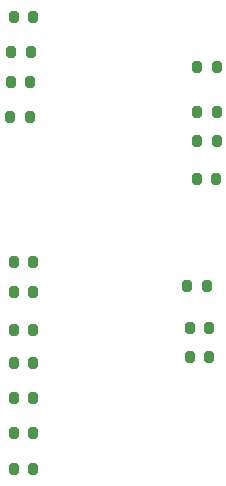
<source format=gbr>
%TF.GenerationSoftware,KiCad,Pcbnew,7.0.2*%
%TF.CreationDate,2023-07-25T22:56:35+09:00*%
%TF.ProjectId,bluepill_yoke,626c7565-7069-46c6-9c5f-796f6b652e6b,rev?*%
%TF.SameCoordinates,Original*%
%TF.FileFunction,Paste,Bot*%
%TF.FilePolarity,Positive*%
%FSLAX46Y46*%
G04 Gerber Fmt 4.6, Leading zero omitted, Abs format (unit mm)*
G04 Created by KiCad (PCBNEW 7.0.2) date 2023-07-25 22:56:35*
%MOMM*%
%LPD*%
G01*
G04 APERTURE LIST*
G04 Aperture macros list*
%AMRoundRect*
0 Rectangle with rounded corners*
0 $1 Rounding radius*
0 $2 $3 $4 $5 $6 $7 $8 $9 X,Y pos of 4 corners*
0 Add a 4 corners polygon primitive as box body*
4,1,4,$2,$3,$4,$5,$6,$7,$8,$9,$2,$3,0*
0 Add four circle primitives for the rounded corners*
1,1,$1+$1,$2,$3*
1,1,$1+$1,$4,$5*
1,1,$1+$1,$6,$7*
1,1,$1+$1,$8,$9*
0 Add four rect primitives between the rounded corners*
20,1,$1+$1,$2,$3,$4,$5,0*
20,1,$1+$1,$4,$5,$6,$7,0*
20,1,$1+$1,$6,$7,$8,$9,0*
20,1,$1+$1,$8,$9,$2,$3,0*%
G04 Aperture macros list end*
%ADD10RoundRect,0.200000X0.200000X0.275000X-0.200000X0.275000X-0.200000X-0.275000X0.200000X-0.275000X0*%
G04 APERTURE END LIST*
D10*
%TO.C,R8*%
X89675000Y-81750000D03*
X91325000Y-81750000D03*
%TD*%
%TO.C,R19*%
X89375000Y-67000000D03*
X91025000Y-67000000D03*
%TD*%
%TO.C,R6*%
X105200000Y-69000000D03*
X106850000Y-69000000D03*
%TD*%
%TO.C,R11*%
X89675000Y-90750000D03*
X91325000Y-90750000D03*
%TD*%
%TO.C,R13*%
X89675000Y-96750000D03*
X91325000Y-96750000D03*
%TD*%
%TO.C,R20*%
X104575000Y-87250000D03*
X106225000Y-87250000D03*
%TD*%
%TO.C,R17*%
X89450000Y-61500000D03*
X91100000Y-61500000D03*
%TD*%
%TO.C,R9*%
X89675000Y-85000000D03*
X91325000Y-85000000D03*
%TD*%
%TO.C,R14*%
X105200000Y-66500000D03*
X106850000Y-66500000D03*
%TD*%
%TO.C,R12*%
X89675000Y-93750000D03*
X91325000Y-93750000D03*
%TD*%
%TO.C,R15*%
X105200000Y-62750000D03*
X106850000Y-62750000D03*
%TD*%
%TO.C,R7*%
X89675000Y-79250000D03*
X91325000Y-79250000D03*
%TD*%
%TO.C,R21*%
X104575000Y-84800000D03*
X106225000Y-84800000D03*
%TD*%
%TO.C,R5*%
X105175000Y-72250000D03*
X106825000Y-72250000D03*
%TD*%
%TO.C,R18*%
X89425000Y-64000000D03*
X91075000Y-64000000D03*
%TD*%
%TO.C,R22*%
X104375000Y-81250000D03*
X106025000Y-81250000D03*
%TD*%
%TO.C,R16*%
X89675000Y-58500000D03*
X91325000Y-58500000D03*
%TD*%
%TO.C,R10*%
X89675000Y-87750000D03*
X91325000Y-87750000D03*
%TD*%
M02*

</source>
